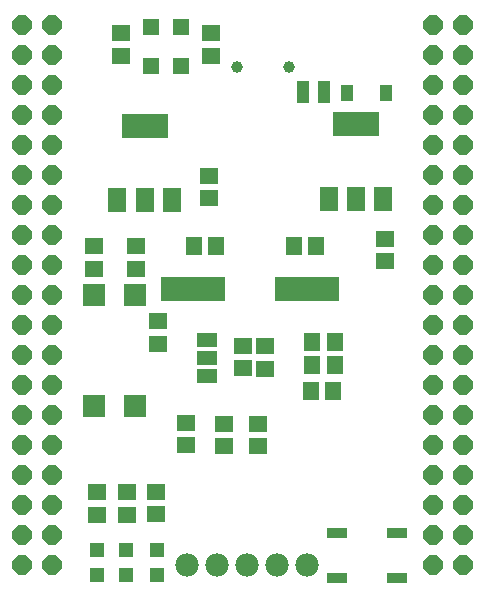
<source format=gbr>
G04 EAGLE Gerber RS-274X export*
G75*
%MOMM*%
%FSLAX34Y34*%
%LPD*%
%INSoldermask Bottom*%
%IPPOS*%
%AMOC8*
5,1,8,0,0,1.08239X$1,22.5*%
G01*
%ADD10R,1.401600X1.601600*%
%ADD11R,1.601600X1.401600*%
%ADD12C,1.001600*%
%ADD13C,1.981200*%
%ADD14R,1.409600X1.409600*%
%ADD15P,1.759533X8X292.500000*%
%ADD16R,1.121600X1.881600*%
%ADD17R,1.879600X1.879600*%
%ADD18R,1.701800X1.270000*%
%ADD19R,1.301600X1.301600*%
%ADD20R,1.752600X0.863600*%
%ADD21R,1.601600X2.101600*%
%ADD22R,3.901600X2.101600*%
%ADD23R,5.435600X2.032000*%
%ADD24R,1.011600X1.321600*%


D10*
X298044Y207518D03*
X279044Y207518D03*
X298044Y188532D03*
X279044Y188532D03*
D11*
X172148Y120294D03*
X172148Y139294D03*
D10*
X296837Y166624D03*
X277837Y166624D03*
D11*
X233616Y119786D03*
X233616Y138786D03*
D10*
X178968Y289052D03*
X197968Y289052D03*
D11*
X239522Y185318D03*
X239522Y204318D03*
X220536Y204572D03*
X220536Y185572D03*
D12*
X259490Y441071D03*
X215490Y441071D03*
D13*
X172911Y18796D03*
X198311Y18796D03*
X223711Y18796D03*
X249111Y18796D03*
X274511Y18796D03*
D11*
X204089Y119913D03*
X204089Y138913D03*
X193040Y450240D03*
X193040Y469240D03*
X148590Y225400D03*
X148590Y206400D03*
D10*
X282550Y289560D03*
X263550Y289560D03*
D11*
X129540Y269900D03*
X129540Y288900D03*
X93980Y269900D03*
X93980Y288900D03*
X340360Y276250D03*
X340360Y295250D03*
D14*
X167640Y474980D03*
X142240Y474980D03*
D15*
X381064Y476631D03*
X406464Y476631D03*
X381064Y451231D03*
X406464Y451231D03*
X381064Y425831D03*
X406464Y425831D03*
X381064Y400431D03*
X406464Y400431D03*
X381064Y375031D03*
X406464Y375031D03*
X381064Y349631D03*
X406464Y349631D03*
X381064Y324231D03*
X406464Y324231D03*
X381064Y298831D03*
X406464Y298831D03*
X381064Y273431D03*
X406464Y273431D03*
X381064Y248031D03*
X406464Y248031D03*
X381064Y222631D03*
X406464Y222631D03*
X381064Y197231D03*
X406464Y197231D03*
X381064Y171831D03*
X406464Y171831D03*
X381064Y146431D03*
X406464Y146431D03*
X381064Y121031D03*
X406464Y121031D03*
X381064Y95631D03*
X406464Y95631D03*
X381064Y70231D03*
X406464Y70231D03*
X381064Y44831D03*
X406464Y44831D03*
X381064Y19431D03*
X406464Y19431D03*
X33338Y476314D03*
X58738Y476314D03*
X33338Y450914D03*
X58738Y450914D03*
X33338Y425514D03*
X58738Y425514D03*
X33338Y400114D03*
X58738Y400114D03*
X33338Y374714D03*
X58738Y374714D03*
X33338Y349314D03*
X58738Y349314D03*
X33338Y323914D03*
X58738Y323914D03*
X33338Y298514D03*
X58738Y298514D03*
X33338Y273114D03*
X58738Y273114D03*
X33338Y247714D03*
X58738Y247714D03*
X33338Y222314D03*
X58738Y222314D03*
X33338Y196914D03*
X58738Y196914D03*
X33338Y171514D03*
X58738Y171514D03*
X33338Y146114D03*
X58738Y146114D03*
X33338Y120714D03*
X58738Y120714D03*
X33338Y95314D03*
X58738Y95314D03*
X33338Y69914D03*
X58738Y69914D03*
X33338Y44514D03*
X58738Y44514D03*
X33338Y19114D03*
X58738Y19114D03*
D16*
X289379Y419544D03*
X271579Y419544D03*
D11*
X96519Y61682D03*
X96519Y80682D03*
X121920Y61684D03*
X121920Y80684D03*
X147194Y61875D03*
X147194Y80875D03*
D17*
X94260Y247660D03*
X94260Y153660D03*
X129260Y247660D03*
X129260Y153660D03*
D18*
X190246Y209296D03*
X190246Y194056D03*
X190246Y178816D03*
D19*
X147320Y10836D03*
X147320Y31836D03*
X121666Y10963D03*
X121666Y31963D03*
D20*
X350520Y46482D03*
X299720Y46482D03*
X350520Y8382D03*
X299720Y8382D03*
D19*
X96520Y10963D03*
X96520Y31963D03*
D21*
X339230Y329180D03*
X316230Y329180D03*
X293230Y329180D03*
D22*
X316230Y392180D03*
D23*
X177800Y252730D03*
X274320Y252730D03*
D24*
X308770Y419100D03*
X341470Y419100D03*
D21*
X160160Y327910D03*
X137160Y327910D03*
X114160Y327910D03*
D22*
X137160Y390910D03*
D11*
X191770Y348590D03*
X191770Y329590D03*
X116840Y469240D03*
X116840Y450240D03*
D14*
X167640Y441960D03*
X142240Y441960D03*
M02*

</source>
